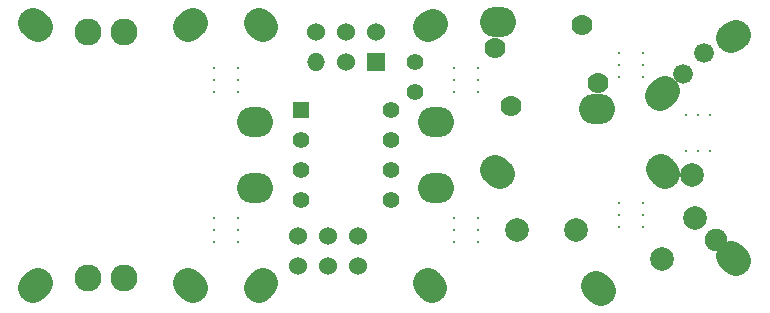
<source format=gbs>
G04 #@! TF.FileFunction,Soldermask,Bot*
%FSLAX46Y46*%
G04 Gerber Fmt 4.6, Leading zero omitted, Abs format (unit mm)*
G04 Created by KiCad (PCBNEW (2015-08-15 BZR 6092)-product) date 11/30/2015 7:36:40 PM*
%MOMM*%
G01*
G04 APERTURE LIST*
%ADD10C,0.100000*%
%ADD11C,1.998980*%
%ADD12C,1.524000*%
%ADD13R,1.524000X1.524000*%
%ADD14O,1.524000X1.524000*%
%ADD15C,2.286000*%
%ADD16R,1.397000X1.397000*%
%ADD17C,1.397000*%
%ADD18C,2.000000*%
%ADD19C,1.900000*%
%ADD20C,1.676400*%
%ADD21C,2.540000*%
%ADD22O,3.048000X2.540000*%
%ADD23C,0.330200*%
%ADD24C,1.778000*%
G04 APERTURE END LIST*
D10*
D11*
X169959097Y-98654771D03*
X167352903Y-105815229D03*
D12*
X143129000Y-86614000D03*
D13*
X143129000Y-89154000D03*
D12*
X140589000Y-86614000D03*
X140589000Y-89154000D03*
X138049000Y-86614000D03*
D14*
X138049000Y-89154000D03*
D15*
X118745000Y-86614000D03*
X118745000Y-107442000D03*
X121793000Y-86614000D03*
X121793000Y-107442000D03*
D16*
X136779000Y-93218000D03*
D17*
X136779000Y-95758000D03*
X136779000Y-98298000D03*
X136779000Y-100838000D03*
X144399000Y-100838000D03*
X144399000Y-98298000D03*
X144399000Y-95758000D03*
X144399000Y-93218000D03*
X146431000Y-89154000D03*
X146431000Y-91694000D03*
D18*
X170180000Y-102362000D03*
D19*
X171976051Y-104158051D03*
D20*
X169154974Y-90179026D03*
X170951026Y-88382974D03*
D21*
X127649131Y-85837869D02*
X127289921Y-86197079D01*
D22*
X132918200Y-94234000D03*
D21*
X114158869Y-85837869D02*
X114518079Y-86197079D01*
D22*
X148259800Y-99822000D03*
D21*
X173685743Y-86801486D02*
X173269613Y-87092862D01*
X167244869Y-91962131D02*
X167604079Y-91602921D01*
X133244810Y-108251065D02*
X133571346Y-107861915D01*
X147933190Y-108251065D02*
X147606654Y-107861915D01*
D22*
X148259800Y-94234000D03*
D21*
X148002065Y-85873810D02*
X147612915Y-86200346D01*
X133244810Y-85804935D02*
X133571346Y-86194085D01*
D22*
X132918200Y-99822000D03*
D21*
X114158869Y-108218131D02*
X114518079Y-107858921D01*
X127649131Y-108218131D02*
X127289921Y-107858921D01*
X153274869Y-98283869D02*
X153634079Y-98643079D01*
X162193131Y-108472131D02*
X161833921Y-108112921D01*
D12*
X136525000Y-106426000D03*
X139065000Y-106426000D03*
X141605000Y-106426000D03*
X141605000Y-103886000D03*
X139065000Y-103886000D03*
X136525000Y-103886000D03*
D22*
X161848800Y-93091000D03*
X153492200Y-85725000D03*
D21*
X173623131Y-105932131D02*
X173263921Y-105572921D01*
X167319486Y-98221257D02*
X167610862Y-98637387D01*
D23*
X129413000Y-91694000D03*
X129413000Y-89662000D03*
X129413000Y-90678000D03*
X131445000Y-91694000D03*
X131445000Y-89662000D03*
X131445000Y-90678000D03*
X129413000Y-104394000D03*
X129413000Y-102362000D03*
X129413000Y-103378000D03*
X131445000Y-104394000D03*
X131445000Y-102362000D03*
X131445000Y-103378000D03*
X149733000Y-104394000D03*
X149733000Y-102362000D03*
X149733000Y-103378000D03*
X151765000Y-104394000D03*
X151765000Y-102362000D03*
X151765000Y-103378000D03*
X163703000Y-103124000D03*
X163703000Y-101092000D03*
X163703000Y-102108000D03*
X165735000Y-90424000D03*
X165735000Y-88392000D03*
X165735000Y-89408000D03*
X163703000Y-90424000D03*
X163703000Y-88392000D03*
X163703000Y-89408000D03*
X165735000Y-103124000D03*
X165735000Y-101092000D03*
X165735000Y-102108000D03*
X149733000Y-91694000D03*
X149733000Y-89662000D03*
X149733000Y-90678000D03*
X151765000Y-91694000D03*
X151765000Y-89662000D03*
X151765000Y-90678000D03*
X171450000Y-96647000D03*
X169418000Y-96647000D03*
X170434000Y-96647000D03*
X171450000Y-93599000D03*
X169418000Y-93599000D03*
X170434000Y-93599000D03*
D24*
X154584223Y-92847552D03*
X153269422Y-87940649D03*
X161944578Y-90875351D03*
X160629777Y-85968448D03*
D18*
X160107000Y-103378000D03*
X155107000Y-103378000D03*
M02*

</source>
